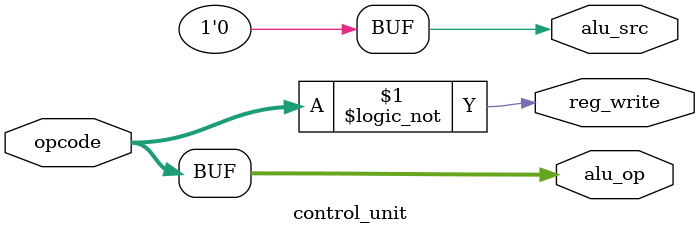
<source format=v>

module control_unit #(
    parameter OP_WIDTH = 3,
    parameter OP_TYPE = 3'b000
)(
    input wire [OP_WIDTH-1:0] opcode,
    output wire reg_write,
    output wire alu_src, // registers - 0, immediate - 1
    output wire [OP_WIDTH-1:0] alu_op
);

assign reg_write = (opcode == OP_TYPE);
assign alu_src = 0; // default - registers
assign alu_op = opcode;

endmodule
</source>
